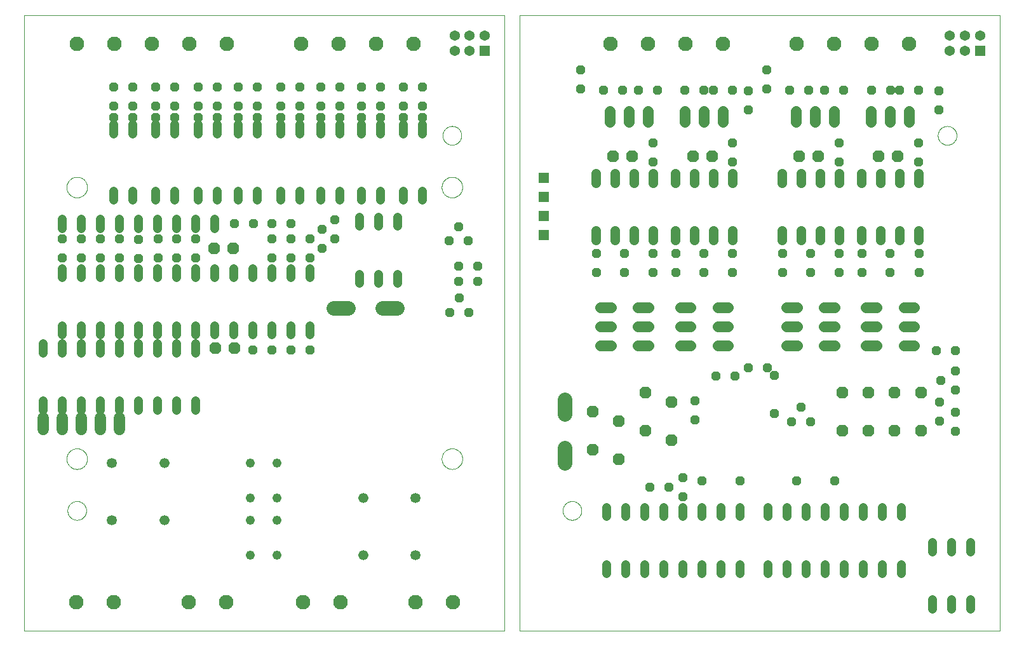
<source format=gtl>
G75*
%MOIN*%
%OFA0B0*%
%FSLAX25Y25*%
%IPPOS*%
%LPD*%
%AMOC8*
5,1,8,0,0,1.08239X$1,22.5*
%
%ADD10C,0.00000*%
%ADD11OC8,0.06300*%
%ADD12OC8,0.04800*%
%ADD13C,0.04800*%
%ADD14C,0.04800*%
%ADD15C,0.05250*%
%ADD16C,0.05315*%
%ADD17C,0.07677*%
%ADD18C,0.07677*%
%ADD19R,0.05400X0.05400*%
%ADD20C,0.05400*%
%ADD21C,0.06000*%
%ADD22C,0.05118*%
%ADD23C,0.05600*%
%ADD24R,0.05500X0.05500*%
D10*
X0001300Y0011772D02*
X0001300Y0334606D01*
X0253269Y0334606D01*
X0253269Y0011772D01*
X0001300Y0011772D01*
X0023938Y0074764D02*
X0023940Y0074904D01*
X0023946Y0075044D01*
X0023956Y0075183D01*
X0023970Y0075322D01*
X0023988Y0075461D01*
X0024009Y0075599D01*
X0024035Y0075737D01*
X0024065Y0075874D01*
X0024098Y0076009D01*
X0024136Y0076144D01*
X0024177Y0076278D01*
X0024222Y0076411D01*
X0024270Y0076542D01*
X0024323Y0076671D01*
X0024379Y0076800D01*
X0024438Y0076926D01*
X0024502Y0077051D01*
X0024568Y0077174D01*
X0024639Y0077295D01*
X0024712Y0077414D01*
X0024789Y0077531D01*
X0024870Y0077645D01*
X0024953Y0077757D01*
X0025040Y0077867D01*
X0025130Y0077975D01*
X0025222Y0078079D01*
X0025318Y0078181D01*
X0025417Y0078281D01*
X0025518Y0078377D01*
X0025622Y0078471D01*
X0025729Y0078561D01*
X0025838Y0078648D01*
X0025950Y0078733D01*
X0026064Y0078814D01*
X0026180Y0078892D01*
X0026298Y0078966D01*
X0026419Y0079037D01*
X0026541Y0079105D01*
X0026666Y0079169D01*
X0026792Y0079230D01*
X0026919Y0079287D01*
X0027049Y0079340D01*
X0027180Y0079390D01*
X0027312Y0079435D01*
X0027445Y0079478D01*
X0027580Y0079516D01*
X0027715Y0079550D01*
X0027852Y0079581D01*
X0027989Y0079608D01*
X0028127Y0079630D01*
X0028266Y0079649D01*
X0028405Y0079664D01*
X0028544Y0079675D01*
X0028684Y0079682D01*
X0028824Y0079685D01*
X0028964Y0079684D01*
X0029104Y0079679D01*
X0029243Y0079670D01*
X0029383Y0079657D01*
X0029522Y0079640D01*
X0029660Y0079619D01*
X0029798Y0079595D01*
X0029935Y0079566D01*
X0030071Y0079534D01*
X0030206Y0079497D01*
X0030340Y0079457D01*
X0030473Y0079413D01*
X0030604Y0079365D01*
X0030734Y0079314D01*
X0030863Y0079259D01*
X0030990Y0079200D01*
X0031115Y0079137D01*
X0031238Y0079072D01*
X0031360Y0079002D01*
X0031479Y0078929D01*
X0031597Y0078853D01*
X0031712Y0078774D01*
X0031825Y0078691D01*
X0031935Y0078605D01*
X0032043Y0078516D01*
X0032148Y0078424D01*
X0032251Y0078329D01*
X0032351Y0078231D01*
X0032448Y0078131D01*
X0032542Y0078027D01*
X0032634Y0077921D01*
X0032722Y0077813D01*
X0032807Y0077702D01*
X0032889Y0077588D01*
X0032968Y0077472D01*
X0033043Y0077355D01*
X0033115Y0077235D01*
X0033183Y0077113D01*
X0033248Y0076989D01*
X0033310Y0076863D01*
X0033368Y0076736D01*
X0033422Y0076607D01*
X0033473Y0076476D01*
X0033519Y0076344D01*
X0033562Y0076211D01*
X0033602Y0076077D01*
X0033637Y0075942D01*
X0033669Y0075805D01*
X0033696Y0075668D01*
X0033720Y0075530D01*
X0033740Y0075392D01*
X0033756Y0075253D01*
X0033768Y0075113D01*
X0033776Y0074974D01*
X0033780Y0074834D01*
X0033780Y0074694D01*
X0033776Y0074554D01*
X0033768Y0074415D01*
X0033756Y0074275D01*
X0033740Y0074136D01*
X0033720Y0073998D01*
X0033696Y0073860D01*
X0033669Y0073723D01*
X0033637Y0073586D01*
X0033602Y0073451D01*
X0033562Y0073317D01*
X0033519Y0073184D01*
X0033473Y0073052D01*
X0033422Y0072921D01*
X0033368Y0072792D01*
X0033310Y0072665D01*
X0033248Y0072539D01*
X0033183Y0072415D01*
X0033115Y0072293D01*
X0033043Y0072173D01*
X0032968Y0072056D01*
X0032889Y0071940D01*
X0032807Y0071826D01*
X0032722Y0071715D01*
X0032634Y0071607D01*
X0032542Y0071501D01*
X0032448Y0071397D01*
X0032351Y0071297D01*
X0032251Y0071199D01*
X0032148Y0071104D01*
X0032043Y0071012D01*
X0031935Y0070923D01*
X0031825Y0070837D01*
X0031712Y0070754D01*
X0031597Y0070675D01*
X0031479Y0070599D01*
X0031360Y0070526D01*
X0031238Y0070456D01*
X0031115Y0070391D01*
X0030990Y0070328D01*
X0030863Y0070269D01*
X0030734Y0070214D01*
X0030604Y0070163D01*
X0030473Y0070115D01*
X0030340Y0070071D01*
X0030206Y0070031D01*
X0030071Y0069994D01*
X0029935Y0069962D01*
X0029798Y0069933D01*
X0029660Y0069909D01*
X0029522Y0069888D01*
X0029383Y0069871D01*
X0029243Y0069858D01*
X0029104Y0069849D01*
X0028964Y0069844D01*
X0028824Y0069843D01*
X0028684Y0069846D01*
X0028544Y0069853D01*
X0028405Y0069864D01*
X0028266Y0069879D01*
X0028127Y0069898D01*
X0027989Y0069920D01*
X0027852Y0069947D01*
X0027715Y0069978D01*
X0027580Y0070012D01*
X0027445Y0070050D01*
X0027312Y0070093D01*
X0027180Y0070138D01*
X0027049Y0070188D01*
X0026919Y0070241D01*
X0026792Y0070298D01*
X0026666Y0070359D01*
X0026541Y0070423D01*
X0026419Y0070491D01*
X0026298Y0070562D01*
X0026180Y0070636D01*
X0026064Y0070714D01*
X0025950Y0070795D01*
X0025838Y0070880D01*
X0025729Y0070967D01*
X0025622Y0071057D01*
X0025518Y0071151D01*
X0025417Y0071247D01*
X0025318Y0071347D01*
X0025222Y0071449D01*
X0025130Y0071553D01*
X0025040Y0071661D01*
X0024953Y0071771D01*
X0024870Y0071883D01*
X0024789Y0071997D01*
X0024712Y0072114D01*
X0024639Y0072233D01*
X0024568Y0072354D01*
X0024502Y0072477D01*
X0024438Y0072602D01*
X0024379Y0072728D01*
X0024323Y0072857D01*
X0024270Y0072986D01*
X0024222Y0073117D01*
X0024177Y0073250D01*
X0024136Y0073384D01*
X0024098Y0073519D01*
X0024065Y0073654D01*
X0024035Y0073791D01*
X0024009Y0073929D01*
X0023988Y0074067D01*
X0023970Y0074206D01*
X0023956Y0074345D01*
X0023946Y0074484D01*
X0023940Y0074624D01*
X0023938Y0074764D01*
X0023446Y0101929D02*
X0023448Y0102076D01*
X0023454Y0102222D01*
X0023464Y0102368D01*
X0023478Y0102514D01*
X0023496Y0102660D01*
X0023517Y0102805D01*
X0023543Y0102949D01*
X0023573Y0103093D01*
X0023606Y0103235D01*
X0023643Y0103377D01*
X0023684Y0103518D01*
X0023729Y0103657D01*
X0023778Y0103796D01*
X0023830Y0103933D01*
X0023887Y0104068D01*
X0023946Y0104202D01*
X0024010Y0104334D01*
X0024077Y0104464D01*
X0024147Y0104593D01*
X0024221Y0104720D01*
X0024298Y0104844D01*
X0024379Y0104967D01*
X0024463Y0105087D01*
X0024550Y0105205D01*
X0024640Y0105320D01*
X0024733Y0105433D01*
X0024830Y0105544D01*
X0024929Y0105652D01*
X0025031Y0105757D01*
X0025136Y0105859D01*
X0025244Y0105958D01*
X0025355Y0106055D01*
X0025468Y0106148D01*
X0025583Y0106238D01*
X0025701Y0106325D01*
X0025821Y0106409D01*
X0025944Y0106490D01*
X0026068Y0106567D01*
X0026195Y0106641D01*
X0026324Y0106711D01*
X0026454Y0106778D01*
X0026586Y0106842D01*
X0026720Y0106901D01*
X0026855Y0106958D01*
X0026992Y0107010D01*
X0027131Y0107059D01*
X0027270Y0107104D01*
X0027411Y0107145D01*
X0027553Y0107182D01*
X0027695Y0107215D01*
X0027839Y0107245D01*
X0027983Y0107271D01*
X0028128Y0107292D01*
X0028274Y0107310D01*
X0028420Y0107324D01*
X0028566Y0107334D01*
X0028712Y0107340D01*
X0028859Y0107342D01*
X0029006Y0107340D01*
X0029152Y0107334D01*
X0029298Y0107324D01*
X0029444Y0107310D01*
X0029590Y0107292D01*
X0029735Y0107271D01*
X0029879Y0107245D01*
X0030023Y0107215D01*
X0030165Y0107182D01*
X0030307Y0107145D01*
X0030448Y0107104D01*
X0030587Y0107059D01*
X0030726Y0107010D01*
X0030863Y0106958D01*
X0030998Y0106901D01*
X0031132Y0106842D01*
X0031264Y0106778D01*
X0031394Y0106711D01*
X0031523Y0106641D01*
X0031650Y0106567D01*
X0031774Y0106490D01*
X0031897Y0106409D01*
X0032017Y0106325D01*
X0032135Y0106238D01*
X0032250Y0106148D01*
X0032363Y0106055D01*
X0032474Y0105958D01*
X0032582Y0105859D01*
X0032687Y0105757D01*
X0032789Y0105652D01*
X0032888Y0105544D01*
X0032985Y0105433D01*
X0033078Y0105320D01*
X0033168Y0105205D01*
X0033255Y0105087D01*
X0033339Y0104967D01*
X0033420Y0104844D01*
X0033497Y0104720D01*
X0033571Y0104593D01*
X0033641Y0104464D01*
X0033708Y0104334D01*
X0033772Y0104202D01*
X0033831Y0104068D01*
X0033888Y0103933D01*
X0033940Y0103796D01*
X0033989Y0103657D01*
X0034034Y0103518D01*
X0034075Y0103377D01*
X0034112Y0103235D01*
X0034145Y0103093D01*
X0034175Y0102949D01*
X0034201Y0102805D01*
X0034222Y0102660D01*
X0034240Y0102514D01*
X0034254Y0102368D01*
X0034264Y0102222D01*
X0034270Y0102076D01*
X0034272Y0101929D01*
X0034270Y0101782D01*
X0034264Y0101636D01*
X0034254Y0101490D01*
X0034240Y0101344D01*
X0034222Y0101198D01*
X0034201Y0101053D01*
X0034175Y0100909D01*
X0034145Y0100765D01*
X0034112Y0100623D01*
X0034075Y0100481D01*
X0034034Y0100340D01*
X0033989Y0100201D01*
X0033940Y0100062D01*
X0033888Y0099925D01*
X0033831Y0099790D01*
X0033772Y0099656D01*
X0033708Y0099524D01*
X0033641Y0099394D01*
X0033571Y0099265D01*
X0033497Y0099138D01*
X0033420Y0099014D01*
X0033339Y0098891D01*
X0033255Y0098771D01*
X0033168Y0098653D01*
X0033078Y0098538D01*
X0032985Y0098425D01*
X0032888Y0098314D01*
X0032789Y0098206D01*
X0032687Y0098101D01*
X0032582Y0097999D01*
X0032474Y0097900D01*
X0032363Y0097803D01*
X0032250Y0097710D01*
X0032135Y0097620D01*
X0032017Y0097533D01*
X0031897Y0097449D01*
X0031774Y0097368D01*
X0031650Y0097291D01*
X0031523Y0097217D01*
X0031394Y0097147D01*
X0031264Y0097080D01*
X0031132Y0097016D01*
X0030998Y0096957D01*
X0030863Y0096900D01*
X0030726Y0096848D01*
X0030587Y0096799D01*
X0030448Y0096754D01*
X0030307Y0096713D01*
X0030165Y0096676D01*
X0030023Y0096643D01*
X0029879Y0096613D01*
X0029735Y0096587D01*
X0029590Y0096566D01*
X0029444Y0096548D01*
X0029298Y0096534D01*
X0029152Y0096524D01*
X0029006Y0096518D01*
X0028859Y0096516D01*
X0028712Y0096518D01*
X0028566Y0096524D01*
X0028420Y0096534D01*
X0028274Y0096548D01*
X0028128Y0096566D01*
X0027983Y0096587D01*
X0027839Y0096613D01*
X0027695Y0096643D01*
X0027553Y0096676D01*
X0027411Y0096713D01*
X0027270Y0096754D01*
X0027131Y0096799D01*
X0026992Y0096848D01*
X0026855Y0096900D01*
X0026720Y0096957D01*
X0026586Y0097016D01*
X0026454Y0097080D01*
X0026324Y0097147D01*
X0026195Y0097217D01*
X0026068Y0097291D01*
X0025944Y0097368D01*
X0025821Y0097449D01*
X0025701Y0097533D01*
X0025583Y0097620D01*
X0025468Y0097710D01*
X0025355Y0097803D01*
X0025244Y0097900D01*
X0025136Y0097999D01*
X0025031Y0098101D01*
X0024929Y0098206D01*
X0024830Y0098314D01*
X0024733Y0098425D01*
X0024640Y0098538D01*
X0024550Y0098653D01*
X0024463Y0098771D01*
X0024379Y0098891D01*
X0024298Y0099014D01*
X0024221Y0099138D01*
X0024147Y0099265D01*
X0024077Y0099394D01*
X0024010Y0099524D01*
X0023946Y0099656D01*
X0023887Y0099790D01*
X0023830Y0099925D01*
X0023778Y0100062D01*
X0023729Y0100201D01*
X0023684Y0100340D01*
X0023643Y0100481D01*
X0023606Y0100623D01*
X0023573Y0100765D01*
X0023543Y0100909D01*
X0023517Y0101053D01*
X0023496Y0101198D01*
X0023478Y0101344D01*
X0023464Y0101490D01*
X0023454Y0101636D01*
X0023448Y0101782D01*
X0023446Y0101929D01*
X0220296Y0101929D02*
X0220298Y0102076D01*
X0220304Y0102222D01*
X0220314Y0102368D01*
X0220328Y0102514D01*
X0220346Y0102660D01*
X0220367Y0102805D01*
X0220393Y0102949D01*
X0220423Y0103093D01*
X0220456Y0103235D01*
X0220493Y0103377D01*
X0220534Y0103518D01*
X0220579Y0103657D01*
X0220628Y0103796D01*
X0220680Y0103933D01*
X0220737Y0104068D01*
X0220796Y0104202D01*
X0220860Y0104334D01*
X0220927Y0104464D01*
X0220997Y0104593D01*
X0221071Y0104720D01*
X0221148Y0104844D01*
X0221229Y0104967D01*
X0221313Y0105087D01*
X0221400Y0105205D01*
X0221490Y0105320D01*
X0221583Y0105433D01*
X0221680Y0105544D01*
X0221779Y0105652D01*
X0221881Y0105757D01*
X0221986Y0105859D01*
X0222094Y0105958D01*
X0222205Y0106055D01*
X0222318Y0106148D01*
X0222433Y0106238D01*
X0222551Y0106325D01*
X0222671Y0106409D01*
X0222794Y0106490D01*
X0222918Y0106567D01*
X0223045Y0106641D01*
X0223174Y0106711D01*
X0223304Y0106778D01*
X0223436Y0106842D01*
X0223570Y0106901D01*
X0223705Y0106958D01*
X0223842Y0107010D01*
X0223981Y0107059D01*
X0224120Y0107104D01*
X0224261Y0107145D01*
X0224403Y0107182D01*
X0224545Y0107215D01*
X0224689Y0107245D01*
X0224833Y0107271D01*
X0224978Y0107292D01*
X0225124Y0107310D01*
X0225270Y0107324D01*
X0225416Y0107334D01*
X0225562Y0107340D01*
X0225709Y0107342D01*
X0225856Y0107340D01*
X0226002Y0107334D01*
X0226148Y0107324D01*
X0226294Y0107310D01*
X0226440Y0107292D01*
X0226585Y0107271D01*
X0226729Y0107245D01*
X0226873Y0107215D01*
X0227015Y0107182D01*
X0227157Y0107145D01*
X0227298Y0107104D01*
X0227437Y0107059D01*
X0227576Y0107010D01*
X0227713Y0106958D01*
X0227848Y0106901D01*
X0227982Y0106842D01*
X0228114Y0106778D01*
X0228244Y0106711D01*
X0228373Y0106641D01*
X0228500Y0106567D01*
X0228624Y0106490D01*
X0228747Y0106409D01*
X0228867Y0106325D01*
X0228985Y0106238D01*
X0229100Y0106148D01*
X0229213Y0106055D01*
X0229324Y0105958D01*
X0229432Y0105859D01*
X0229537Y0105757D01*
X0229639Y0105652D01*
X0229738Y0105544D01*
X0229835Y0105433D01*
X0229928Y0105320D01*
X0230018Y0105205D01*
X0230105Y0105087D01*
X0230189Y0104967D01*
X0230270Y0104844D01*
X0230347Y0104720D01*
X0230421Y0104593D01*
X0230491Y0104464D01*
X0230558Y0104334D01*
X0230622Y0104202D01*
X0230681Y0104068D01*
X0230738Y0103933D01*
X0230790Y0103796D01*
X0230839Y0103657D01*
X0230884Y0103518D01*
X0230925Y0103377D01*
X0230962Y0103235D01*
X0230995Y0103093D01*
X0231025Y0102949D01*
X0231051Y0102805D01*
X0231072Y0102660D01*
X0231090Y0102514D01*
X0231104Y0102368D01*
X0231114Y0102222D01*
X0231120Y0102076D01*
X0231122Y0101929D01*
X0231120Y0101782D01*
X0231114Y0101636D01*
X0231104Y0101490D01*
X0231090Y0101344D01*
X0231072Y0101198D01*
X0231051Y0101053D01*
X0231025Y0100909D01*
X0230995Y0100765D01*
X0230962Y0100623D01*
X0230925Y0100481D01*
X0230884Y0100340D01*
X0230839Y0100201D01*
X0230790Y0100062D01*
X0230738Y0099925D01*
X0230681Y0099790D01*
X0230622Y0099656D01*
X0230558Y0099524D01*
X0230491Y0099394D01*
X0230421Y0099265D01*
X0230347Y0099138D01*
X0230270Y0099014D01*
X0230189Y0098891D01*
X0230105Y0098771D01*
X0230018Y0098653D01*
X0229928Y0098538D01*
X0229835Y0098425D01*
X0229738Y0098314D01*
X0229639Y0098206D01*
X0229537Y0098101D01*
X0229432Y0097999D01*
X0229324Y0097900D01*
X0229213Y0097803D01*
X0229100Y0097710D01*
X0228985Y0097620D01*
X0228867Y0097533D01*
X0228747Y0097449D01*
X0228624Y0097368D01*
X0228500Y0097291D01*
X0228373Y0097217D01*
X0228244Y0097147D01*
X0228114Y0097080D01*
X0227982Y0097016D01*
X0227848Y0096957D01*
X0227713Y0096900D01*
X0227576Y0096848D01*
X0227437Y0096799D01*
X0227298Y0096754D01*
X0227157Y0096713D01*
X0227015Y0096676D01*
X0226873Y0096643D01*
X0226729Y0096613D01*
X0226585Y0096587D01*
X0226440Y0096566D01*
X0226294Y0096548D01*
X0226148Y0096534D01*
X0226002Y0096524D01*
X0225856Y0096518D01*
X0225709Y0096516D01*
X0225562Y0096518D01*
X0225416Y0096524D01*
X0225270Y0096534D01*
X0225124Y0096548D01*
X0224978Y0096566D01*
X0224833Y0096587D01*
X0224689Y0096613D01*
X0224545Y0096643D01*
X0224403Y0096676D01*
X0224261Y0096713D01*
X0224120Y0096754D01*
X0223981Y0096799D01*
X0223842Y0096848D01*
X0223705Y0096900D01*
X0223570Y0096957D01*
X0223436Y0097016D01*
X0223304Y0097080D01*
X0223174Y0097147D01*
X0223045Y0097217D01*
X0222918Y0097291D01*
X0222794Y0097368D01*
X0222671Y0097449D01*
X0222551Y0097533D01*
X0222433Y0097620D01*
X0222318Y0097710D01*
X0222205Y0097803D01*
X0222094Y0097900D01*
X0221986Y0097999D01*
X0221881Y0098101D01*
X0221779Y0098206D01*
X0221680Y0098314D01*
X0221583Y0098425D01*
X0221490Y0098538D01*
X0221400Y0098653D01*
X0221313Y0098771D01*
X0221229Y0098891D01*
X0221148Y0099014D01*
X0221071Y0099138D01*
X0220997Y0099265D01*
X0220927Y0099394D01*
X0220860Y0099524D01*
X0220796Y0099656D01*
X0220737Y0099790D01*
X0220680Y0099925D01*
X0220628Y0100062D01*
X0220579Y0100201D01*
X0220534Y0100340D01*
X0220493Y0100481D01*
X0220456Y0100623D01*
X0220423Y0100765D01*
X0220393Y0100909D01*
X0220367Y0101053D01*
X0220346Y0101198D01*
X0220328Y0101344D01*
X0220314Y0101490D01*
X0220304Y0101636D01*
X0220298Y0101782D01*
X0220296Y0101929D01*
X0283781Y0074764D02*
X0283783Y0074904D01*
X0283789Y0075044D01*
X0283799Y0075183D01*
X0283813Y0075322D01*
X0283831Y0075461D01*
X0283852Y0075599D01*
X0283878Y0075737D01*
X0283908Y0075874D01*
X0283941Y0076009D01*
X0283979Y0076144D01*
X0284020Y0076278D01*
X0284065Y0076411D01*
X0284113Y0076542D01*
X0284166Y0076671D01*
X0284222Y0076800D01*
X0284281Y0076926D01*
X0284345Y0077051D01*
X0284411Y0077174D01*
X0284482Y0077295D01*
X0284555Y0077414D01*
X0284632Y0077531D01*
X0284713Y0077645D01*
X0284796Y0077757D01*
X0284883Y0077867D01*
X0284973Y0077975D01*
X0285065Y0078079D01*
X0285161Y0078181D01*
X0285260Y0078281D01*
X0285361Y0078377D01*
X0285465Y0078471D01*
X0285572Y0078561D01*
X0285681Y0078648D01*
X0285793Y0078733D01*
X0285907Y0078814D01*
X0286023Y0078892D01*
X0286141Y0078966D01*
X0286262Y0079037D01*
X0286384Y0079105D01*
X0286509Y0079169D01*
X0286635Y0079230D01*
X0286762Y0079287D01*
X0286892Y0079340D01*
X0287023Y0079390D01*
X0287155Y0079435D01*
X0287288Y0079478D01*
X0287423Y0079516D01*
X0287558Y0079550D01*
X0287695Y0079581D01*
X0287832Y0079608D01*
X0287970Y0079630D01*
X0288109Y0079649D01*
X0288248Y0079664D01*
X0288387Y0079675D01*
X0288527Y0079682D01*
X0288667Y0079685D01*
X0288807Y0079684D01*
X0288947Y0079679D01*
X0289086Y0079670D01*
X0289226Y0079657D01*
X0289365Y0079640D01*
X0289503Y0079619D01*
X0289641Y0079595D01*
X0289778Y0079566D01*
X0289914Y0079534D01*
X0290049Y0079497D01*
X0290183Y0079457D01*
X0290316Y0079413D01*
X0290447Y0079365D01*
X0290577Y0079314D01*
X0290706Y0079259D01*
X0290833Y0079200D01*
X0290958Y0079137D01*
X0291081Y0079072D01*
X0291203Y0079002D01*
X0291322Y0078929D01*
X0291440Y0078853D01*
X0291555Y0078774D01*
X0291668Y0078691D01*
X0291778Y0078605D01*
X0291886Y0078516D01*
X0291991Y0078424D01*
X0292094Y0078329D01*
X0292194Y0078231D01*
X0292291Y0078131D01*
X0292385Y0078027D01*
X0292477Y0077921D01*
X0292565Y0077813D01*
X0292650Y0077702D01*
X0292732Y0077588D01*
X0292811Y0077472D01*
X0292886Y0077355D01*
X0292958Y0077235D01*
X0293026Y0077113D01*
X0293091Y0076989D01*
X0293153Y0076863D01*
X0293211Y0076736D01*
X0293265Y0076607D01*
X0293316Y0076476D01*
X0293362Y0076344D01*
X0293405Y0076211D01*
X0293445Y0076077D01*
X0293480Y0075942D01*
X0293512Y0075805D01*
X0293539Y0075668D01*
X0293563Y0075530D01*
X0293583Y0075392D01*
X0293599Y0075253D01*
X0293611Y0075113D01*
X0293619Y0074974D01*
X0293623Y0074834D01*
X0293623Y0074694D01*
X0293619Y0074554D01*
X0293611Y0074415D01*
X0293599Y0074275D01*
X0293583Y0074136D01*
X0293563Y0073998D01*
X0293539Y0073860D01*
X0293512Y0073723D01*
X0293480Y0073586D01*
X0293445Y0073451D01*
X0293405Y0073317D01*
X0293362Y0073184D01*
X0293316Y0073052D01*
X0293265Y0072921D01*
X0293211Y0072792D01*
X0293153Y0072665D01*
X0293091Y0072539D01*
X0293026Y0072415D01*
X0292958Y0072293D01*
X0292886Y0072173D01*
X0292811Y0072056D01*
X0292732Y0071940D01*
X0292650Y0071826D01*
X0292565Y0071715D01*
X0292477Y0071607D01*
X0292385Y0071501D01*
X0292291Y0071397D01*
X0292194Y0071297D01*
X0292094Y0071199D01*
X0291991Y0071104D01*
X0291886Y0071012D01*
X0291778Y0070923D01*
X0291668Y0070837D01*
X0291555Y0070754D01*
X0291440Y0070675D01*
X0291322Y0070599D01*
X0291203Y0070526D01*
X0291081Y0070456D01*
X0290958Y0070391D01*
X0290833Y0070328D01*
X0290706Y0070269D01*
X0290577Y0070214D01*
X0290447Y0070163D01*
X0290316Y0070115D01*
X0290183Y0070071D01*
X0290049Y0070031D01*
X0289914Y0069994D01*
X0289778Y0069962D01*
X0289641Y0069933D01*
X0289503Y0069909D01*
X0289365Y0069888D01*
X0289226Y0069871D01*
X0289086Y0069858D01*
X0288947Y0069849D01*
X0288807Y0069844D01*
X0288667Y0069843D01*
X0288527Y0069846D01*
X0288387Y0069853D01*
X0288248Y0069864D01*
X0288109Y0069879D01*
X0287970Y0069898D01*
X0287832Y0069920D01*
X0287695Y0069947D01*
X0287558Y0069978D01*
X0287423Y0070012D01*
X0287288Y0070050D01*
X0287155Y0070093D01*
X0287023Y0070138D01*
X0286892Y0070188D01*
X0286762Y0070241D01*
X0286635Y0070298D01*
X0286509Y0070359D01*
X0286384Y0070423D01*
X0286262Y0070491D01*
X0286141Y0070562D01*
X0286023Y0070636D01*
X0285907Y0070714D01*
X0285793Y0070795D01*
X0285681Y0070880D01*
X0285572Y0070967D01*
X0285465Y0071057D01*
X0285361Y0071151D01*
X0285260Y0071247D01*
X0285161Y0071347D01*
X0285065Y0071449D01*
X0284973Y0071553D01*
X0284883Y0071661D01*
X0284796Y0071771D01*
X0284713Y0071883D01*
X0284632Y0071997D01*
X0284555Y0072114D01*
X0284482Y0072233D01*
X0284411Y0072354D01*
X0284345Y0072477D01*
X0284281Y0072602D01*
X0284222Y0072728D01*
X0284166Y0072857D01*
X0284113Y0072986D01*
X0284065Y0073117D01*
X0284020Y0073250D01*
X0283979Y0073384D01*
X0283941Y0073519D01*
X0283908Y0073654D01*
X0283878Y0073791D01*
X0283852Y0073929D01*
X0283831Y0074067D01*
X0283813Y0074206D01*
X0283799Y0074345D01*
X0283789Y0074484D01*
X0283783Y0074624D01*
X0283781Y0074764D01*
X0261143Y0011772D02*
X0261143Y0334606D01*
X0513111Y0334606D01*
X0513111Y0011772D01*
X0261143Y0011772D01*
X0220296Y0244449D02*
X0220298Y0244596D01*
X0220304Y0244742D01*
X0220314Y0244888D01*
X0220328Y0245034D01*
X0220346Y0245180D01*
X0220367Y0245325D01*
X0220393Y0245469D01*
X0220423Y0245613D01*
X0220456Y0245755D01*
X0220493Y0245897D01*
X0220534Y0246038D01*
X0220579Y0246177D01*
X0220628Y0246316D01*
X0220680Y0246453D01*
X0220737Y0246588D01*
X0220796Y0246722D01*
X0220860Y0246854D01*
X0220927Y0246984D01*
X0220997Y0247113D01*
X0221071Y0247240D01*
X0221148Y0247364D01*
X0221229Y0247487D01*
X0221313Y0247607D01*
X0221400Y0247725D01*
X0221490Y0247840D01*
X0221583Y0247953D01*
X0221680Y0248064D01*
X0221779Y0248172D01*
X0221881Y0248277D01*
X0221986Y0248379D01*
X0222094Y0248478D01*
X0222205Y0248575D01*
X0222318Y0248668D01*
X0222433Y0248758D01*
X0222551Y0248845D01*
X0222671Y0248929D01*
X0222794Y0249010D01*
X0222918Y0249087D01*
X0223045Y0249161D01*
X0223174Y0249231D01*
X0223304Y0249298D01*
X0223436Y0249362D01*
X0223570Y0249421D01*
X0223705Y0249478D01*
X0223842Y0249530D01*
X0223981Y0249579D01*
X0224120Y0249624D01*
X0224261Y0249665D01*
X0224403Y0249702D01*
X0224545Y0249735D01*
X0224689Y0249765D01*
X0224833Y0249791D01*
X0224978Y0249812D01*
X0225124Y0249830D01*
X0225270Y0249844D01*
X0225416Y0249854D01*
X0225562Y0249860D01*
X0225709Y0249862D01*
X0225856Y0249860D01*
X0226002Y0249854D01*
X0226148Y0249844D01*
X0226294Y0249830D01*
X0226440Y0249812D01*
X0226585Y0249791D01*
X0226729Y0249765D01*
X0226873Y0249735D01*
X0227015Y0249702D01*
X0227157Y0249665D01*
X0227298Y0249624D01*
X0227437Y0249579D01*
X0227576Y0249530D01*
X0227713Y0249478D01*
X0227848Y0249421D01*
X0227982Y0249362D01*
X0228114Y0249298D01*
X0228244Y0249231D01*
X0228373Y0249161D01*
X0228500Y0249087D01*
X0228624Y0249010D01*
X0228747Y0248929D01*
X0228867Y0248845D01*
X0228985Y0248758D01*
X0229100Y0248668D01*
X0229213Y0248575D01*
X0229324Y0248478D01*
X0229432Y0248379D01*
X0229537Y0248277D01*
X0229639Y0248172D01*
X0229738Y0248064D01*
X0229835Y0247953D01*
X0229928Y0247840D01*
X0230018Y0247725D01*
X0230105Y0247607D01*
X0230189Y0247487D01*
X0230270Y0247364D01*
X0230347Y0247240D01*
X0230421Y0247113D01*
X0230491Y0246984D01*
X0230558Y0246854D01*
X0230622Y0246722D01*
X0230681Y0246588D01*
X0230738Y0246453D01*
X0230790Y0246316D01*
X0230839Y0246177D01*
X0230884Y0246038D01*
X0230925Y0245897D01*
X0230962Y0245755D01*
X0230995Y0245613D01*
X0231025Y0245469D01*
X0231051Y0245325D01*
X0231072Y0245180D01*
X0231090Y0245034D01*
X0231104Y0244888D01*
X0231114Y0244742D01*
X0231120Y0244596D01*
X0231122Y0244449D01*
X0231120Y0244302D01*
X0231114Y0244156D01*
X0231104Y0244010D01*
X0231090Y0243864D01*
X0231072Y0243718D01*
X0231051Y0243573D01*
X0231025Y0243429D01*
X0230995Y0243285D01*
X0230962Y0243143D01*
X0230925Y0243001D01*
X0230884Y0242860D01*
X0230839Y0242721D01*
X0230790Y0242582D01*
X0230738Y0242445D01*
X0230681Y0242310D01*
X0230622Y0242176D01*
X0230558Y0242044D01*
X0230491Y0241914D01*
X0230421Y0241785D01*
X0230347Y0241658D01*
X0230270Y0241534D01*
X0230189Y0241411D01*
X0230105Y0241291D01*
X0230018Y0241173D01*
X0229928Y0241058D01*
X0229835Y0240945D01*
X0229738Y0240834D01*
X0229639Y0240726D01*
X0229537Y0240621D01*
X0229432Y0240519D01*
X0229324Y0240420D01*
X0229213Y0240323D01*
X0229100Y0240230D01*
X0228985Y0240140D01*
X0228867Y0240053D01*
X0228747Y0239969D01*
X0228624Y0239888D01*
X0228500Y0239811D01*
X0228373Y0239737D01*
X0228244Y0239667D01*
X0228114Y0239600D01*
X0227982Y0239536D01*
X0227848Y0239477D01*
X0227713Y0239420D01*
X0227576Y0239368D01*
X0227437Y0239319D01*
X0227298Y0239274D01*
X0227157Y0239233D01*
X0227015Y0239196D01*
X0226873Y0239163D01*
X0226729Y0239133D01*
X0226585Y0239107D01*
X0226440Y0239086D01*
X0226294Y0239068D01*
X0226148Y0239054D01*
X0226002Y0239044D01*
X0225856Y0239038D01*
X0225709Y0239036D01*
X0225562Y0239038D01*
X0225416Y0239044D01*
X0225270Y0239054D01*
X0225124Y0239068D01*
X0224978Y0239086D01*
X0224833Y0239107D01*
X0224689Y0239133D01*
X0224545Y0239163D01*
X0224403Y0239196D01*
X0224261Y0239233D01*
X0224120Y0239274D01*
X0223981Y0239319D01*
X0223842Y0239368D01*
X0223705Y0239420D01*
X0223570Y0239477D01*
X0223436Y0239536D01*
X0223304Y0239600D01*
X0223174Y0239667D01*
X0223045Y0239737D01*
X0222918Y0239811D01*
X0222794Y0239888D01*
X0222671Y0239969D01*
X0222551Y0240053D01*
X0222433Y0240140D01*
X0222318Y0240230D01*
X0222205Y0240323D01*
X0222094Y0240420D01*
X0221986Y0240519D01*
X0221881Y0240621D01*
X0221779Y0240726D01*
X0221680Y0240834D01*
X0221583Y0240945D01*
X0221490Y0241058D01*
X0221400Y0241173D01*
X0221313Y0241291D01*
X0221229Y0241411D01*
X0221148Y0241534D01*
X0221071Y0241658D01*
X0220997Y0241785D01*
X0220927Y0241914D01*
X0220860Y0242044D01*
X0220796Y0242176D01*
X0220737Y0242310D01*
X0220680Y0242445D01*
X0220628Y0242582D01*
X0220579Y0242721D01*
X0220534Y0242860D01*
X0220493Y0243001D01*
X0220456Y0243143D01*
X0220423Y0243285D01*
X0220393Y0243429D01*
X0220367Y0243573D01*
X0220346Y0243718D01*
X0220328Y0243864D01*
X0220314Y0244010D01*
X0220304Y0244156D01*
X0220298Y0244302D01*
X0220296Y0244449D01*
X0220788Y0271614D02*
X0220790Y0271754D01*
X0220796Y0271894D01*
X0220806Y0272033D01*
X0220820Y0272172D01*
X0220838Y0272311D01*
X0220859Y0272449D01*
X0220885Y0272587D01*
X0220915Y0272724D01*
X0220948Y0272859D01*
X0220986Y0272994D01*
X0221027Y0273128D01*
X0221072Y0273261D01*
X0221120Y0273392D01*
X0221173Y0273521D01*
X0221229Y0273650D01*
X0221288Y0273776D01*
X0221352Y0273901D01*
X0221418Y0274024D01*
X0221489Y0274145D01*
X0221562Y0274264D01*
X0221639Y0274381D01*
X0221720Y0274495D01*
X0221803Y0274607D01*
X0221890Y0274717D01*
X0221980Y0274825D01*
X0222072Y0274929D01*
X0222168Y0275031D01*
X0222267Y0275131D01*
X0222368Y0275227D01*
X0222472Y0275321D01*
X0222579Y0275411D01*
X0222688Y0275498D01*
X0222800Y0275583D01*
X0222914Y0275664D01*
X0223030Y0275742D01*
X0223148Y0275816D01*
X0223269Y0275887D01*
X0223391Y0275955D01*
X0223516Y0276019D01*
X0223642Y0276080D01*
X0223769Y0276137D01*
X0223899Y0276190D01*
X0224030Y0276240D01*
X0224162Y0276285D01*
X0224295Y0276328D01*
X0224430Y0276366D01*
X0224565Y0276400D01*
X0224702Y0276431D01*
X0224839Y0276458D01*
X0224977Y0276480D01*
X0225116Y0276499D01*
X0225255Y0276514D01*
X0225394Y0276525D01*
X0225534Y0276532D01*
X0225674Y0276535D01*
X0225814Y0276534D01*
X0225954Y0276529D01*
X0226093Y0276520D01*
X0226233Y0276507D01*
X0226372Y0276490D01*
X0226510Y0276469D01*
X0226648Y0276445D01*
X0226785Y0276416D01*
X0226921Y0276384D01*
X0227056Y0276347D01*
X0227190Y0276307D01*
X0227323Y0276263D01*
X0227454Y0276215D01*
X0227584Y0276164D01*
X0227713Y0276109D01*
X0227840Y0276050D01*
X0227965Y0275987D01*
X0228088Y0275922D01*
X0228210Y0275852D01*
X0228329Y0275779D01*
X0228447Y0275703D01*
X0228562Y0275624D01*
X0228675Y0275541D01*
X0228785Y0275455D01*
X0228893Y0275366D01*
X0228998Y0275274D01*
X0229101Y0275179D01*
X0229201Y0275081D01*
X0229298Y0274981D01*
X0229392Y0274877D01*
X0229484Y0274771D01*
X0229572Y0274663D01*
X0229657Y0274552D01*
X0229739Y0274438D01*
X0229818Y0274322D01*
X0229893Y0274205D01*
X0229965Y0274085D01*
X0230033Y0273963D01*
X0230098Y0273839D01*
X0230160Y0273713D01*
X0230218Y0273586D01*
X0230272Y0273457D01*
X0230323Y0273326D01*
X0230369Y0273194D01*
X0230412Y0273061D01*
X0230452Y0272927D01*
X0230487Y0272792D01*
X0230519Y0272655D01*
X0230546Y0272518D01*
X0230570Y0272380D01*
X0230590Y0272242D01*
X0230606Y0272103D01*
X0230618Y0271963D01*
X0230626Y0271824D01*
X0230630Y0271684D01*
X0230630Y0271544D01*
X0230626Y0271404D01*
X0230618Y0271265D01*
X0230606Y0271125D01*
X0230590Y0270986D01*
X0230570Y0270848D01*
X0230546Y0270710D01*
X0230519Y0270573D01*
X0230487Y0270436D01*
X0230452Y0270301D01*
X0230412Y0270167D01*
X0230369Y0270034D01*
X0230323Y0269902D01*
X0230272Y0269771D01*
X0230218Y0269642D01*
X0230160Y0269515D01*
X0230098Y0269389D01*
X0230033Y0269265D01*
X0229965Y0269143D01*
X0229893Y0269023D01*
X0229818Y0268906D01*
X0229739Y0268790D01*
X0229657Y0268676D01*
X0229572Y0268565D01*
X0229484Y0268457D01*
X0229392Y0268351D01*
X0229298Y0268247D01*
X0229201Y0268147D01*
X0229101Y0268049D01*
X0228998Y0267954D01*
X0228893Y0267862D01*
X0228785Y0267773D01*
X0228675Y0267687D01*
X0228562Y0267604D01*
X0228447Y0267525D01*
X0228329Y0267449D01*
X0228210Y0267376D01*
X0228088Y0267306D01*
X0227965Y0267241D01*
X0227840Y0267178D01*
X0227713Y0267119D01*
X0227584Y0267064D01*
X0227454Y0267013D01*
X0227323Y0266965D01*
X0227190Y0266921D01*
X0227056Y0266881D01*
X0226921Y0266844D01*
X0226785Y0266812D01*
X0226648Y0266783D01*
X0226510Y0266759D01*
X0226372Y0266738D01*
X0226233Y0266721D01*
X0226093Y0266708D01*
X0225954Y0266699D01*
X0225814Y0266694D01*
X0225674Y0266693D01*
X0225534Y0266696D01*
X0225394Y0266703D01*
X0225255Y0266714D01*
X0225116Y0266729D01*
X0224977Y0266748D01*
X0224839Y0266770D01*
X0224702Y0266797D01*
X0224565Y0266828D01*
X0224430Y0266862D01*
X0224295Y0266900D01*
X0224162Y0266943D01*
X0224030Y0266988D01*
X0223899Y0267038D01*
X0223769Y0267091D01*
X0223642Y0267148D01*
X0223516Y0267209D01*
X0223391Y0267273D01*
X0223269Y0267341D01*
X0223148Y0267412D01*
X0223030Y0267486D01*
X0222914Y0267564D01*
X0222800Y0267645D01*
X0222688Y0267730D01*
X0222579Y0267817D01*
X0222472Y0267907D01*
X0222368Y0268001D01*
X0222267Y0268097D01*
X0222168Y0268197D01*
X0222072Y0268299D01*
X0221980Y0268403D01*
X0221890Y0268511D01*
X0221803Y0268621D01*
X0221720Y0268733D01*
X0221639Y0268847D01*
X0221562Y0268964D01*
X0221489Y0269083D01*
X0221418Y0269204D01*
X0221352Y0269327D01*
X0221288Y0269452D01*
X0221229Y0269578D01*
X0221173Y0269707D01*
X0221120Y0269836D01*
X0221072Y0269967D01*
X0221027Y0270100D01*
X0220986Y0270234D01*
X0220948Y0270369D01*
X0220915Y0270504D01*
X0220885Y0270641D01*
X0220859Y0270779D01*
X0220838Y0270917D01*
X0220820Y0271056D01*
X0220806Y0271195D01*
X0220796Y0271334D01*
X0220790Y0271474D01*
X0220788Y0271614D01*
X0023446Y0244449D02*
X0023448Y0244596D01*
X0023454Y0244742D01*
X0023464Y0244888D01*
X0023478Y0245034D01*
X0023496Y0245180D01*
X0023517Y0245325D01*
X0023543Y0245469D01*
X0023573Y0245613D01*
X0023606Y0245755D01*
X0023643Y0245897D01*
X0023684Y0246038D01*
X0023729Y0246177D01*
X0023778Y0246316D01*
X0023830Y0246453D01*
X0023887Y0246588D01*
X0023946Y0246722D01*
X0024010Y0246854D01*
X0024077Y0246984D01*
X0024147Y0247113D01*
X0024221Y0247240D01*
X0024298Y0247364D01*
X0024379Y0247487D01*
X0024463Y0247607D01*
X0024550Y0247725D01*
X0024640Y0247840D01*
X0024733Y0247953D01*
X0024830Y0248064D01*
X0024929Y0248172D01*
X0025031Y0248277D01*
X0025136Y0248379D01*
X0025244Y0248478D01*
X0025355Y0248575D01*
X0025468Y0248668D01*
X0025583Y0248758D01*
X0025701Y0248845D01*
X0025821Y0248929D01*
X0025944Y0249010D01*
X0026068Y0249087D01*
X0026195Y0249161D01*
X0026324Y0249231D01*
X0026454Y0249298D01*
X0026586Y0249362D01*
X0026720Y0249421D01*
X0026855Y0249478D01*
X0026992Y0249530D01*
X0027131Y0249579D01*
X0027270Y0249624D01*
X0027411Y0249665D01*
X0027553Y0249702D01*
X0027695Y0249735D01*
X0027839Y0249765D01*
X0027983Y0249791D01*
X0028128Y0249812D01*
X0028274Y0249830D01*
X0028420Y0249844D01*
X0028566Y0249854D01*
X0028712Y0249860D01*
X0028859Y0249862D01*
X0029006Y0249860D01*
X0029152Y0249854D01*
X0029298Y0249844D01*
X0029444Y0249830D01*
X0029590Y0249812D01*
X0029735Y0249791D01*
X0029879Y0249765D01*
X0030023Y0249735D01*
X0030165Y0249702D01*
X0030307Y0249665D01*
X0030448Y0249624D01*
X0030587Y0249579D01*
X0030726Y0249530D01*
X0030863Y0249478D01*
X0030998Y0249421D01*
X0031132Y0249362D01*
X0031264Y0249298D01*
X0031394Y0249231D01*
X0031523Y0249161D01*
X0031650Y0249087D01*
X0031774Y0249010D01*
X0031897Y0248929D01*
X0032017Y0248845D01*
X0032135Y0248758D01*
X0032250Y0248668D01*
X0032363Y0248575D01*
X0032474Y0248478D01*
X0032582Y0248379D01*
X0032687Y0248277D01*
X0032789Y0248172D01*
X0032888Y0248064D01*
X0032985Y0247953D01*
X0033078Y0247840D01*
X0033168Y0247725D01*
X0033255Y0247607D01*
X0033339Y0247487D01*
X0033420Y0247364D01*
X0033497Y0247240D01*
X0033571Y0247113D01*
X0033641Y0246984D01*
X0033708Y0246854D01*
X0033772Y0246722D01*
X0033831Y0246588D01*
X0033888Y0246453D01*
X0033940Y0246316D01*
X0033989Y0246177D01*
X0034034Y0246038D01*
X0034075Y0245897D01*
X0034112Y0245755D01*
X0034145Y0245613D01*
X0034175Y0245469D01*
X0034201Y0245325D01*
X0034222Y0245180D01*
X0034240Y0245034D01*
X0034254Y0244888D01*
X0034264Y0244742D01*
X0034270Y0244596D01*
X0034272Y0244449D01*
X0034270Y0244302D01*
X0034264Y0244156D01*
X0034254Y0244010D01*
X0034240Y0243864D01*
X0034222Y0243718D01*
X0034201Y0243573D01*
X0034175Y0243429D01*
X0034145Y0243285D01*
X0034112Y0243143D01*
X0034075Y0243001D01*
X0034034Y0242860D01*
X0033989Y0242721D01*
X0033940Y0242582D01*
X0033888Y0242445D01*
X0033831Y0242310D01*
X0033772Y0242176D01*
X0033708Y0242044D01*
X0033641Y0241914D01*
X0033571Y0241785D01*
X0033497Y0241658D01*
X0033420Y0241534D01*
X0033339Y0241411D01*
X0033255Y0241291D01*
X0033168Y0241173D01*
X0033078Y0241058D01*
X0032985Y0240945D01*
X0032888Y0240834D01*
X0032789Y0240726D01*
X0032687Y0240621D01*
X0032582Y0240519D01*
X0032474Y0240420D01*
X0032363Y0240323D01*
X0032250Y0240230D01*
X0032135Y0240140D01*
X0032017Y0240053D01*
X0031897Y0239969D01*
X0031774Y0239888D01*
X0031650Y0239811D01*
X0031523Y0239737D01*
X0031394Y0239667D01*
X0031264Y0239600D01*
X0031132Y0239536D01*
X0030998Y0239477D01*
X0030863Y0239420D01*
X0030726Y0239368D01*
X0030587Y0239319D01*
X0030448Y0239274D01*
X0030307Y0239233D01*
X0030165Y0239196D01*
X0030023Y0239163D01*
X0029879Y0239133D01*
X0029735Y0239107D01*
X0029590Y0239086D01*
X0029444Y0239068D01*
X0029298Y0239054D01*
X0029152Y0239044D01*
X0029006Y0239038D01*
X0028859Y0239036D01*
X0028712Y0239038D01*
X0028566Y0239044D01*
X0028420Y0239054D01*
X0028274Y0239068D01*
X0028128Y0239086D01*
X0027983Y0239107D01*
X0027839Y0239133D01*
X0027695Y0239163D01*
X0027553Y0239196D01*
X0027411Y0239233D01*
X0027270Y0239274D01*
X0027131Y0239319D01*
X0026992Y0239368D01*
X0026855Y0239420D01*
X0026720Y0239477D01*
X0026586Y0239536D01*
X0026454Y0239600D01*
X0026324Y0239667D01*
X0026195Y0239737D01*
X0026068Y0239811D01*
X0025944Y0239888D01*
X0025821Y0239969D01*
X0025701Y0240053D01*
X0025583Y0240140D01*
X0025468Y0240230D01*
X0025355Y0240323D01*
X0025244Y0240420D01*
X0025136Y0240519D01*
X0025031Y0240621D01*
X0024929Y0240726D01*
X0024830Y0240834D01*
X0024733Y0240945D01*
X0024640Y0241058D01*
X0024550Y0241173D01*
X0024463Y0241291D01*
X0024379Y0241411D01*
X0024298Y0241534D01*
X0024221Y0241658D01*
X0024147Y0241785D01*
X0024077Y0241914D01*
X0024010Y0242044D01*
X0023946Y0242176D01*
X0023887Y0242310D01*
X0023830Y0242445D01*
X0023778Y0242582D01*
X0023729Y0242721D01*
X0023684Y0242860D01*
X0023643Y0243001D01*
X0023606Y0243143D01*
X0023573Y0243285D01*
X0023543Y0243429D01*
X0023517Y0243573D01*
X0023496Y0243718D01*
X0023478Y0243864D01*
X0023464Y0244010D01*
X0023454Y0244156D01*
X0023448Y0244302D01*
X0023446Y0244449D01*
X0480631Y0271614D02*
X0480633Y0271754D01*
X0480639Y0271894D01*
X0480649Y0272033D01*
X0480663Y0272172D01*
X0480681Y0272311D01*
X0480702Y0272449D01*
X0480728Y0272587D01*
X0480758Y0272724D01*
X0480791Y0272859D01*
X0480829Y0272994D01*
X0480870Y0273128D01*
X0480915Y0273261D01*
X0480963Y0273392D01*
X0481016Y0273521D01*
X0481072Y0273650D01*
X0481131Y0273776D01*
X0481195Y0273901D01*
X0481261Y0274024D01*
X0481332Y0274145D01*
X0481405Y0274264D01*
X0481482Y0274381D01*
X0481563Y0274495D01*
X0481646Y0274607D01*
X0481733Y0274717D01*
X0481823Y0274825D01*
X0481915Y0274929D01*
X0482011Y0275031D01*
X0482110Y0275131D01*
X0482211Y0275227D01*
X0482315Y0275321D01*
X0482422Y0275411D01*
X0482531Y0275498D01*
X0482643Y0275583D01*
X0482757Y0275664D01*
X0482873Y0275742D01*
X0482991Y0275816D01*
X0483112Y0275887D01*
X0483234Y0275955D01*
X0483359Y0276019D01*
X0483485Y0276080D01*
X0483612Y0276137D01*
X0483742Y0276190D01*
X0483873Y0276240D01*
X0484005Y0276285D01*
X0484138Y0276328D01*
X0484273Y0276366D01*
X0484408Y0276400D01*
X0484545Y0276431D01*
X0484682Y0276458D01*
X0484820Y0276480D01*
X0484959Y0276499D01*
X0485098Y0276514D01*
X0485237Y0276525D01*
X0485377Y0276532D01*
X0485517Y0276535D01*
X0485657Y0276534D01*
X0485797Y0276529D01*
X0485936Y0276520D01*
X0486076Y0276507D01*
X0486215Y0276490D01*
X0486353Y0276469D01*
X0486491Y0276445D01*
X0486628Y0276416D01*
X0486764Y0276384D01*
X0486899Y0276347D01*
X0487033Y0276307D01*
X0487166Y0276263D01*
X0487297Y0276215D01*
X0487427Y0276164D01*
X0487556Y0276109D01*
X0487683Y0276050D01*
X0487808Y0275987D01*
X0487931Y0275922D01*
X0488053Y0275852D01*
X0488172Y0275779D01*
X0488290Y0275703D01*
X0488405Y0275624D01*
X0488518Y0275541D01*
X0488628Y0275455D01*
X0488736Y0275366D01*
X0488841Y0275274D01*
X0488944Y0275179D01*
X0489044Y0275081D01*
X0489141Y0274981D01*
X0489235Y0274877D01*
X0489327Y0274771D01*
X0489415Y0274663D01*
X0489500Y0274552D01*
X0489582Y0274438D01*
X0489661Y0274322D01*
X0489736Y0274205D01*
X0489808Y0274085D01*
X0489876Y0273963D01*
X0489941Y0273839D01*
X0490003Y0273713D01*
X0490061Y0273586D01*
X0490115Y0273457D01*
X0490166Y0273326D01*
X0490212Y0273194D01*
X0490255Y0273061D01*
X0490295Y0272927D01*
X0490330Y0272792D01*
X0490362Y0272655D01*
X0490389Y0272518D01*
X0490413Y0272380D01*
X0490433Y0272242D01*
X0490449Y0272103D01*
X0490461Y0271963D01*
X0490469Y0271824D01*
X0490473Y0271684D01*
X0490473Y0271544D01*
X0490469Y0271404D01*
X0490461Y0271265D01*
X0490449Y0271125D01*
X0490433Y0270986D01*
X0490413Y0270848D01*
X0490389Y0270710D01*
X0490362Y0270573D01*
X0490330Y0270436D01*
X0490295Y0270301D01*
X0490255Y0270167D01*
X0490212Y0270034D01*
X0490166Y0269902D01*
X0490115Y0269771D01*
X0490061Y0269642D01*
X0490003Y0269515D01*
X0489941Y0269389D01*
X0489876Y0269265D01*
X0489808Y0269143D01*
X0489736Y0269023D01*
X0489661Y0268906D01*
X0489582Y0268790D01*
X0489500Y0268676D01*
X0489415Y0268565D01*
X0489327Y0268457D01*
X0489235Y0268351D01*
X0489141Y0268247D01*
X0489044Y0268147D01*
X0488944Y0268049D01*
X0488841Y0267954D01*
X0488736Y0267862D01*
X0488628Y0267773D01*
X0488518Y0267687D01*
X0488405Y0267604D01*
X0488290Y0267525D01*
X0488172Y0267449D01*
X0488053Y0267376D01*
X0487931Y0267306D01*
X0487808Y0267241D01*
X0487683Y0267178D01*
X0487556Y0267119D01*
X0487427Y0267064D01*
X0487297Y0267013D01*
X0487166Y0266965D01*
X0487033Y0266921D01*
X0486899Y0266881D01*
X0486764Y0266844D01*
X0486628Y0266812D01*
X0486491Y0266783D01*
X0486353Y0266759D01*
X0486215Y0266738D01*
X0486076Y0266721D01*
X0485936Y0266708D01*
X0485797Y0266699D01*
X0485657Y0266694D01*
X0485517Y0266693D01*
X0485377Y0266696D01*
X0485237Y0266703D01*
X0485098Y0266714D01*
X0484959Y0266729D01*
X0484820Y0266748D01*
X0484682Y0266770D01*
X0484545Y0266797D01*
X0484408Y0266828D01*
X0484273Y0266862D01*
X0484138Y0266900D01*
X0484005Y0266943D01*
X0483873Y0266988D01*
X0483742Y0267038D01*
X0483612Y0267091D01*
X0483485Y0267148D01*
X0483359Y0267209D01*
X0483234Y0267273D01*
X0483112Y0267341D01*
X0482991Y0267412D01*
X0482873Y0267486D01*
X0482757Y0267564D01*
X0482643Y0267645D01*
X0482531Y0267730D01*
X0482422Y0267817D01*
X0482315Y0267907D01*
X0482211Y0268001D01*
X0482110Y0268097D01*
X0482011Y0268197D01*
X0481915Y0268299D01*
X0481823Y0268403D01*
X0481733Y0268511D01*
X0481646Y0268621D01*
X0481563Y0268733D01*
X0481482Y0268847D01*
X0481405Y0268964D01*
X0481332Y0269083D01*
X0481261Y0269204D01*
X0481195Y0269327D01*
X0481131Y0269452D01*
X0481072Y0269578D01*
X0481016Y0269707D01*
X0480963Y0269836D01*
X0480915Y0269967D01*
X0480870Y0270100D01*
X0480829Y0270234D01*
X0480791Y0270369D01*
X0480758Y0270504D01*
X0480728Y0270641D01*
X0480702Y0270779D01*
X0480681Y0270917D01*
X0480663Y0271056D01*
X0480649Y0271195D01*
X0480639Y0271334D01*
X0480633Y0271474D01*
X0480631Y0271614D01*
D11*
X0459646Y0260787D03*
X0449646Y0260787D03*
X0417914Y0260787D03*
X0407914Y0260787D03*
X0362009Y0260787D03*
X0352009Y0260787D03*
X0320276Y0260787D03*
X0310276Y0260787D03*
X0327087Y0136575D03*
X0340867Y0131614D03*
X0327087Y0116575D03*
X0340867Y0111614D03*
X0313308Y0121575D03*
X0299528Y0126535D03*
X0299528Y0106535D03*
X0313308Y0101575D03*
X0430434Y0116654D03*
X0444213Y0116654D03*
X0457993Y0116654D03*
X0471772Y0116654D03*
X0471772Y0136654D03*
X0457993Y0136654D03*
X0444213Y0136654D03*
X0430434Y0136654D03*
X0111379Y0159882D03*
X0101379Y0159882D03*
X0100867Y0212323D03*
X0110867Y0212323D03*
D12*
X0111412Y0225276D03*
X0121412Y0225276D03*
X0131143Y0225276D03*
X0131182Y0217323D03*
X0141221Y0217323D03*
X0141143Y0225276D03*
X0151182Y0217323D03*
X0157520Y0222283D03*
X0164174Y0217323D03*
X0157520Y0212283D03*
X0151182Y0207323D03*
X0141221Y0207323D03*
X0131182Y0207323D03*
X0164174Y0227323D03*
X0224174Y0216299D03*
X0234174Y0216299D03*
X0229174Y0223799D03*
X0229253Y0202874D03*
X0229213Y0195118D03*
X0229371Y0186319D03*
X0239213Y0195118D03*
X0239253Y0202874D03*
X0234371Y0178819D03*
X0224371Y0178819D03*
X0151221Y0158976D03*
X0141221Y0158976D03*
X0131103Y0158976D03*
X0121103Y0158976D03*
X0091221Y0207323D03*
X0081182Y0207244D03*
X0071339Y0207323D03*
X0061103Y0207126D03*
X0051143Y0207323D03*
X0041221Y0207362D03*
X0031064Y0207362D03*
X0021261Y0207283D03*
X0021261Y0217283D03*
X0031064Y0217362D03*
X0041221Y0217362D03*
X0051143Y0217323D03*
X0061103Y0217126D03*
X0071339Y0217323D03*
X0081182Y0217244D03*
X0091221Y0217323D03*
X0092363Y0281063D03*
X0092363Y0287087D03*
X0102363Y0287087D03*
X0102363Y0281063D03*
X0113623Y0281063D03*
X0113623Y0287087D03*
X0123623Y0287087D03*
X0123623Y0281063D03*
X0135670Y0281063D03*
X0135670Y0287087D03*
X0145670Y0287087D03*
X0145670Y0281063D03*
X0156930Y0281063D03*
X0156930Y0287087D03*
X0166930Y0287087D03*
X0166930Y0281063D03*
X0178190Y0281063D03*
X0178190Y0287087D03*
X0188190Y0287087D03*
X0188190Y0281063D03*
X0200237Y0281063D03*
X0200237Y0287087D03*
X0210237Y0287087D03*
X0210237Y0281063D03*
X0210237Y0297087D03*
X0200237Y0297087D03*
X0188190Y0297087D03*
X0178190Y0297087D03*
X0166930Y0297087D03*
X0156930Y0297087D03*
X0145670Y0297087D03*
X0135670Y0297087D03*
X0123623Y0297087D03*
X0113623Y0297087D03*
X0102363Y0297087D03*
X0092363Y0297087D03*
X0080316Y0297087D03*
X0070316Y0297087D03*
X0058269Y0297087D03*
X0048269Y0297087D03*
X0048269Y0287087D03*
X0048269Y0281063D03*
X0058269Y0281063D03*
X0058269Y0287087D03*
X0070316Y0287087D03*
X0070316Y0281063D03*
X0080316Y0281063D03*
X0080316Y0287087D03*
X0293229Y0296142D03*
X0305158Y0295236D03*
X0315158Y0295236D03*
X0323465Y0295236D03*
X0333465Y0295236D03*
X0347875Y0295236D03*
X0357875Y0295236D03*
X0362835Y0295236D03*
X0372835Y0295236D03*
X0381221Y0295118D03*
X0390867Y0296142D03*
X0390867Y0306142D03*
X0402796Y0295236D03*
X0412796Y0295236D03*
X0421103Y0295236D03*
X0431103Y0295236D03*
X0445749Y0295236D03*
X0455749Y0295236D03*
X0460473Y0295236D03*
X0470473Y0295236D03*
X0481024Y0295118D03*
X0481024Y0285118D03*
X0470591Y0267756D03*
X0470591Y0257756D03*
X0428859Y0257756D03*
X0428859Y0267756D03*
X0381221Y0285118D03*
X0372954Y0267756D03*
X0372954Y0257756D03*
X0331221Y0257756D03*
X0331221Y0267756D03*
X0293229Y0306142D03*
X0301418Y0209685D03*
X0301418Y0199685D03*
X0316261Y0199685D03*
X0316261Y0209685D03*
X0331221Y0209685D03*
X0343150Y0209685D03*
X0343150Y0199685D03*
X0331221Y0199685D03*
X0357993Y0199685D03*
X0357993Y0209685D03*
X0372835Y0209685D03*
X0372835Y0199685D03*
X0399056Y0199685D03*
X0399056Y0209685D03*
X0413898Y0209685D03*
X0413898Y0199685D03*
X0428977Y0199685D03*
X0440788Y0199685D03*
X0440788Y0209685D03*
X0428977Y0209685D03*
X0455631Y0209685D03*
X0455631Y0199685D03*
X0470709Y0199685D03*
X0470709Y0209685D03*
X0479765Y0158622D03*
X0489765Y0158622D03*
X0489686Y0148071D03*
X0482186Y0143071D03*
X0489686Y0138071D03*
X0481654Y0131654D03*
X0489686Y0126378D03*
X0481654Y0121654D03*
X0489686Y0116378D03*
X0426654Y0090512D03*
X0406654Y0090512D03*
X0376851Y0090512D03*
X0356851Y0090512D03*
X0346969Y0092165D03*
X0339568Y0087165D03*
X0346969Y0082165D03*
X0329568Y0087165D03*
X0353072Y0122362D03*
X0353072Y0132362D03*
X0364056Y0145236D03*
X0374056Y0145236D03*
X0381143Y0149567D03*
X0391143Y0149567D03*
X0395001Y0145748D03*
X0408780Y0128878D03*
X0403780Y0121378D03*
X0395001Y0125748D03*
X0413780Y0121378D03*
D13*
X0411497Y0076416D02*
X0411497Y0071616D01*
X0401497Y0071616D02*
X0401497Y0076416D01*
X0391497Y0076416D02*
X0391497Y0071616D01*
X0376851Y0071616D02*
X0376851Y0076416D01*
X0366851Y0076416D02*
X0366851Y0071616D01*
X0356851Y0071616D02*
X0356851Y0076416D01*
X0346851Y0076416D02*
X0346851Y0071616D01*
X0336851Y0071616D02*
X0336851Y0076416D01*
X0326851Y0076416D02*
X0326851Y0071616D01*
X0316851Y0071616D02*
X0316851Y0076416D01*
X0306851Y0076416D02*
X0306851Y0071616D01*
X0306851Y0046416D02*
X0306851Y0041616D01*
X0316851Y0041616D02*
X0316851Y0046416D01*
X0326851Y0046416D02*
X0326851Y0041616D01*
X0336851Y0041616D02*
X0336851Y0046416D01*
X0346851Y0046416D02*
X0346851Y0041616D01*
X0356851Y0041616D02*
X0356851Y0046416D01*
X0366851Y0046416D02*
X0366851Y0041616D01*
X0376851Y0041616D02*
X0376851Y0046416D01*
X0391497Y0046416D02*
X0391497Y0041616D01*
X0401497Y0041616D02*
X0401497Y0046416D01*
X0411497Y0046416D02*
X0411497Y0041616D01*
X0421497Y0041616D02*
X0421497Y0046416D01*
X0431497Y0046416D02*
X0431497Y0041616D01*
X0441497Y0041616D02*
X0441497Y0046416D01*
X0451497Y0046416D02*
X0451497Y0041616D01*
X0461497Y0041616D02*
X0461497Y0046416D01*
X0477914Y0053112D02*
X0477914Y0057912D01*
X0487914Y0057912D02*
X0487914Y0053112D01*
X0497914Y0053112D02*
X0497914Y0057912D01*
X0461497Y0071616D02*
X0461497Y0076416D01*
X0451497Y0076416D02*
X0451497Y0071616D01*
X0441497Y0071616D02*
X0441497Y0076416D01*
X0431497Y0076416D02*
X0431497Y0071616D01*
X0421497Y0071616D02*
X0421497Y0076416D01*
X0477914Y0027912D02*
X0477914Y0023112D01*
X0487914Y0023112D02*
X0487914Y0027912D01*
X0497914Y0027912D02*
X0497914Y0023112D01*
X0197048Y0193939D02*
X0197048Y0198739D01*
X0187048Y0198739D02*
X0187048Y0193939D01*
X0177048Y0193939D02*
X0177048Y0198739D01*
X0151221Y0196970D02*
X0151221Y0201770D01*
X0141221Y0201770D02*
X0141221Y0196970D01*
X0131221Y0196970D02*
X0131221Y0201770D01*
X0121221Y0201770D02*
X0121221Y0196970D01*
X0111221Y0196970D02*
X0111221Y0201770D01*
X0101221Y0201770D02*
X0101221Y0196970D01*
X0091221Y0196970D02*
X0091221Y0201770D01*
X0081221Y0201770D02*
X0081221Y0196970D01*
X0071221Y0196970D02*
X0071221Y0201770D01*
X0061221Y0201770D02*
X0061221Y0196970D01*
X0051221Y0196970D02*
X0051221Y0201770D01*
X0041221Y0201770D02*
X0041221Y0196970D01*
X0031221Y0196970D02*
X0031221Y0201770D01*
X0021221Y0201770D02*
X0021221Y0196970D01*
X0021221Y0222836D02*
X0021221Y0227636D01*
X0031221Y0227636D02*
X0031221Y0222836D01*
X0041221Y0222836D02*
X0041221Y0227636D01*
X0051221Y0227636D02*
X0051221Y0222836D01*
X0061221Y0222836D02*
X0061221Y0227636D01*
X0071221Y0227636D02*
X0071221Y0222836D01*
X0081221Y0222836D02*
X0081221Y0227636D01*
X0091221Y0227636D02*
X0091221Y0222836D01*
X0101221Y0222836D02*
X0101221Y0227636D01*
X0102363Y0237641D02*
X0102363Y0242441D01*
X0092363Y0242441D02*
X0092363Y0237641D01*
X0080316Y0237641D02*
X0080316Y0242441D01*
X0070316Y0242441D02*
X0070316Y0237641D01*
X0058269Y0237641D02*
X0058269Y0242441D01*
X0048269Y0242441D02*
X0048269Y0237641D01*
X0048269Y0272441D02*
X0048269Y0277241D01*
X0058269Y0277241D02*
X0058269Y0272441D01*
X0070316Y0272441D02*
X0070316Y0277241D01*
X0080316Y0277241D02*
X0080316Y0272441D01*
X0092363Y0272441D02*
X0092363Y0277241D01*
X0102363Y0277241D02*
X0102363Y0272441D01*
X0113623Y0272441D02*
X0113623Y0277241D01*
X0123623Y0277241D02*
X0123623Y0272441D01*
X0135670Y0272441D02*
X0135670Y0277241D01*
X0145670Y0277241D02*
X0145670Y0272441D01*
X0156930Y0272441D02*
X0156930Y0277241D01*
X0166930Y0277241D02*
X0166930Y0272441D01*
X0178190Y0272441D02*
X0178190Y0277241D01*
X0188190Y0277241D02*
X0188190Y0272441D01*
X0200237Y0272441D02*
X0200237Y0277241D01*
X0210237Y0277241D02*
X0210237Y0272441D01*
X0210237Y0242441D02*
X0210237Y0237641D01*
X0200237Y0237641D02*
X0200237Y0242441D01*
X0188190Y0242441D02*
X0188190Y0237641D01*
X0178190Y0237641D02*
X0178190Y0242441D01*
X0166930Y0242441D02*
X0166930Y0237641D01*
X0156930Y0237641D02*
X0156930Y0242441D01*
X0145670Y0242441D02*
X0145670Y0237641D01*
X0135670Y0237641D02*
X0135670Y0242441D01*
X0123623Y0242441D02*
X0123623Y0237641D01*
X0113623Y0237641D02*
X0113623Y0242441D01*
X0177048Y0228739D02*
X0177048Y0223939D01*
X0187048Y0223939D02*
X0187048Y0228739D01*
X0197048Y0228739D02*
X0197048Y0223939D01*
X0151221Y0171770D02*
X0151221Y0166970D01*
X0141221Y0166970D02*
X0141221Y0171770D01*
X0131221Y0171770D02*
X0131221Y0166970D01*
X0121221Y0166970D02*
X0121221Y0171770D01*
X0111221Y0171770D02*
X0111221Y0166970D01*
X0101221Y0166970D02*
X0101221Y0171770D01*
X0091221Y0171770D02*
X0091221Y0166970D01*
X0091280Y0162282D02*
X0091280Y0157482D01*
X0081280Y0157482D02*
X0081280Y0162282D01*
X0081221Y0166970D02*
X0081221Y0171770D01*
X0071221Y0171770D02*
X0071221Y0166970D01*
X0071280Y0162282D02*
X0071280Y0157482D01*
X0061280Y0157482D02*
X0061280Y0162282D01*
X0061221Y0166970D02*
X0061221Y0171770D01*
X0051221Y0171770D02*
X0051221Y0166970D01*
X0041221Y0166970D02*
X0041221Y0171770D01*
X0031221Y0171770D02*
X0031221Y0166970D01*
X0031280Y0162282D02*
X0031280Y0157482D01*
X0041280Y0157482D02*
X0041280Y0162282D01*
X0051280Y0162282D02*
X0051280Y0157482D01*
X0021280Y0157482D02*
X0021280Y0162282D01*
X0021221Y0166970D02*
X0021221Y0171770D01*
X0011280Y0162282D02*
X0011280Y0157482D01*
X0011280Y0132282D02*
X0011280Y0127482D01*
X0021280Y0127482D02*
X0021280Y0132282D01*
X0031280Y0132282D02*
X0031280Y0127482D01*
X0041280Y0127482D02*
X0041280Y0132282D01*
X0051280Y0132282D02*
X0051280Y0127482D01*
X0061280Y0127482D02*
X0061280Y0132282D01*
X0071280Y0132282D02*
X0071280Y0127482D01*
X0081280Y0127482D02*
X0081280Y0132282D01*
X0091280Y0132282D02*
X0091280Y0127482D01*
D14*
X0120001Y0099764D03*
X0133780Y0099764D03*
X0133780Y0081260D03*
X0133780Y0069843D03*
X0120001Y0069843D03*
X0120001Y0081260D03*
X0120001Y0051339D03*
X0133780Y0051339D03*
D15*
X0179056Y0051339D03*
X0179056Y0081260D03*
X0074725Y0069843D03*
X0074725Y0099764D03*
D16*
X0047166Y0099764D03*
X0047166Y0069843D03*
X0206615Y0081260D03*
X0206615Y0051339D03*
D17*
X0284765Y0099862D02*
X0284765Y0107539D01*
X0284765Y0125453D02*
X0284765Y0133130D01*
X0196831Y0181024D02*
X0189154Y0181024D01*
X0171241Y0181024D02*
X0163564Y0181024D01*
D18*
X0166261Y0319646D03*
X0185946Y0319646D03*
X0205631Y0319646D03*
X0146576Y0319646D03*
X0107599Y0319646D03*
X0087914Y0319646D03*
X0068229Y0319646D03*
X0048544Y0319646D03*
X0028859Y0319646D03*
X0308780Y0319646D03*
X0328465Y0319646D03*
X0348150Y0319646D03*
X0367835Y0319646D03*
X0406418Y0319646D03*
X0426103Y0319646D03*
X0445788Y0319646D03*
X0465473Y0319646D03*
X0226103Y0026732D03*
X0206418Y0026732D03*
X0167048Y0026732D03*
X0147363Y0026732D03*
X0107206Y0026732D03*
X0087520Y0026732D03*
X0048150Y0026732D03*
X0028465Y0026732D03*
D19*
X0242835Y0316102D03*
X0502678Y0316102D03*
D20*
X0494804Y0316102D03*
X0486930Y0316102D03*
X0486930Y0323976D03*
X0494804Y0323976D03*
X0502678Y0323976D03*
X0242835Y0323976D03*
X0234961Y0323976D03*
X0227087Y0323976D03*
X0227087Y0316102D03*
X0234961Y0316102D03*
D21*
X0051261Y0123236D02*
X0051261Y0117236D01*
X0041261Y0117236D02*
X0041261Y0123236D01*
X0031261Y0123236D02*
X0031261Y0117236D01*
X0021261Y0117236D02*
X0021261Y0123236D01*
X0011261Y0123236D02*
X0011261Y0117236D01*
D22*
X0301261Y0216654D02*
X0301261Y0221772D01*
X0311261Y0221772D02*
X0311261Y0216654D01*
X0321261Y0216654D02*
X0321261Y0221772D01*
X0331261Y0221772D02*
X0331261Y0216654D01*
X0342993Y0216654D02*
X0342993Y0221772D01*
X0352993Y0221772D02*
X0352993Y0216654D01*
X0362993Y0216654D02*
X0362993Y0221772D01*
X0372993Y0221772D02*
X0372993Y0216654D01*
X0398898Y0216654D02*
X0398898Y0221772D01*
X0408898Y0221772D02*
X0408898Y0216654D01*
X0418898Y0216654D02*
X0418898Y0221772D01*
X0428898Y0221772D02*
X0428898Y0216654D01*
X0440631Y0216654D02*
X0440631Y0221772D01*
X0450631Y0221772D02*
X0450631Y0216654D01*
X0460631Y0216654D02*
X0460631Y0221772D01*
X0470631Y0221772D02*
X0470631Y0216654D01*
X0470631Y0246654D02*
X0470631Y0251772D01*
X0460631Y0251772D02*
X0460631Y0246654D01*
X0450631Y0246654D02*
X0450631Y0251772D01*
X0440631Y0251772D02*
X0440631Y0246654D01*
X0428898Y0246654D02*
X0428898Y0251772D01*
X0418898Y0251772D02*
X0418898Y0246654D01*
X0408898Y0246654D02*
X0408898Y0251772D01*
X0398898Y0251772D02*
X0398898Y0246654D01*
X0372993Y0246654D02*
X0372993Y0251772D01*
X0362993Y0251772D02*
X0362993Y0246654D01*
X0352993Y0246654D02*
X0352993Y0251772D01*
X0342993Y0251772D02*
X0342993Y0246654D01*
X0331261Y0246654D02*
X0331261Y0251772D01*
X0321261Y0251772D02*
X0321261Y0246654D01*
X0311261Y0246654D02*
X0311261Y0251772D01*
X0301261Y0251772D02*
X0301261Y0246654D01*
D23*
X0308623Y0278657D02*
X0308623Y0284257D01*
X0318623Y0284257D02*
X0318623Y0278657D01*
X0328623Y0278657D02*
X0328623Y0284257D01*
X0347993Y0284257D02*
X0347993Y0278657D01*
X0357993Y0278657D02*
X0357993Y0284257D01*
X0367993Y0284257D02*
X0367993Y0278657D01*
X0406261Y0278657D02*
X0406261Y0284257D01*
X0416261Y0284257D02*
X0416261Y0278657D01*
X0426261Y0278657D02*
X0426261Y0284257D01*
X0445631Y0284257D02*
X0445631Y0278657D01*
X0455631Y0278657D02*
X0455631Y0284257D01*
X0465631Y0284257D02*
X0465631Y0278657D01*
X0468273Y0181220D02*
X0462673Y0181220D01*
X0448588Y0181220D02*
X0442988Y0181220D01*
X0442988Y0171220D02*
X0448588Y0171220D01*
X0462673Y0171220D02*
X0468273Y0171220D01*
X0468273Y0161220D02*
X0462673Y0161220D01*
X0448588Y0161220D02*
X0442988Y0161220D01*
X0426541Y0161220D02*
X0420941Y0161220D01*
X0406856Y0161220D02*
X0401256Y0161220D01*
X0401256Y0171220D02*
X0406856Y0171220D01*
X0420941Y0171220D02*
X0426541Y0171220D01*
X0426541Y0181220D02*
X0420941Y0181220D01*
X0406856Y0181220D02*
X0401256Y0181220D01*
X0370635Y0181220D02*
X0365035Y0181220D01*
X0350950Y0181220D02*
X0345350Y0181220D01*
X0345350Y0171220D02*
X0350950Y0171220D01*
X0365035Y0171220D02*
X0370635Y0171220D01*
X0370635Y0161220D02*
X0365035Y0161220D01*
X0350950Y0161220D02*
X0345350Y0161220D01*
X0328903Y0161220D02*
X0323303Y0161220D01*
X0309218Y0161220D02*
X0303618Y0161220D01*
X0303618Y0171220D02*
X0309218Y0171220D01*
X0323303Y0171220D02*
X0328903Y0171220D01*
X0328903Y0181220D02*
X0323303Y0181220D01*
X0309218Y0181220D02*
X0303618Y0181220D01*
D24*
X0273859Y0219213D03*
X0273859Y0229213D03*
X0273859Y0239213D03*
X0273859Y0249213D03*
M02*

</source>
